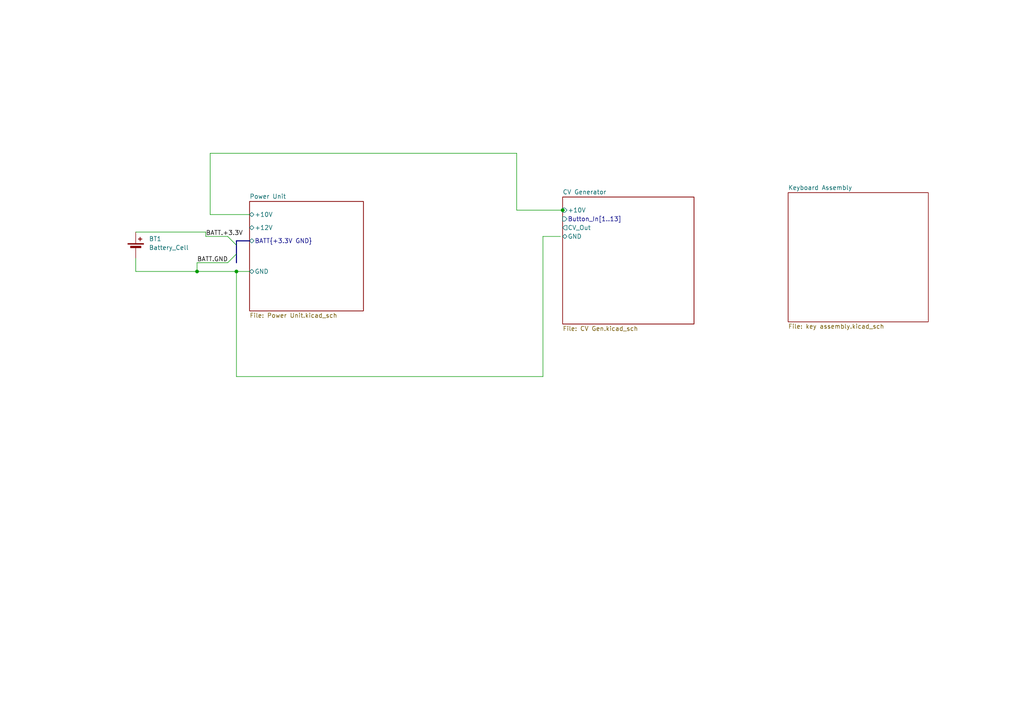
<source format=kicad_sch>
(kicad_sch (version 20250114) (generator "eeschema") (generator_version "9.0")
  (paper "A4")
  (lib_symbols
    (symbol "Device:Battery_Cell" (pin_numbers (hide yes)) (pin_names (offset 0) (hide yes))
      (property "Reference" "BT" (at 2.54 2.54 0))
      (property "Value" "Battery_Cell" (at 2.54 0 0))
      (symbol "Battery_Cell_0_1"
        (rectangle (start -2.286 1.778) (end 2.286 1.524) (fill (type outline)))
        (rectangle (start -1.524 1.016) (end 1.524 0.508) (fill (type outline)))
        (polyline (pts (xy 0 1.778) (xy 0 2.54)))
        (polyline (pts (xy 0 0.762) (xy 0 0)))
        (polyline (pts (xy 0.762 3.048) (xy 1.778 3.048)) (stroke (width 0.254)))
        (polyline (pts (xy 1.27 3.556) (xy 1.27 2.54)) (stroke (width 0.254)))
      )
      (symbol "Battery_Cell_1_1"
        (pin passive line (at 0 5.08 270) (length 2.54) (name "+") (number "1"))
        (pin passive line (at 0 -2.54 90) (length 2.54) (name "-") (number "2"))
      )
    )
  )
  (junction (at 68.58 78.74))
  (junction (at 57.15 78.74))
  (junction (at 163.195 60.96))
  (bus_entry (at 68.58 71.12) (size -2.54 -2.54))
  (bus_entry (at 68.58 73.66) (size -2.54 2.54))
  (wire (pts (xy 57.15 78.74) (xy 68.58 78.74)))
  (wire (pts (xy 162.56 68.58) (xy 157.48 68.58)))
  (bus (pts (xy 72.39 69.85) (xy 68.58 69.85)))
  (wire (pts (xy 157.48 68.58) (xy 157.48 109.22)))
  (bus (pts (xy 68.58 69.85) (xy 68.58 71.12)))
  (wire (pts (xy 163.195 60.96) (xy 149.86 60.96)))
  (wire (pts (xy 68.58 109.22) (xy 68.58 78.74)))
  (wire (pts (xy 149.86 60.96) (xy 149.86 44.45)))
  (wire (pts (xy 60.96 44.45) (xy 60.96 62.23)))
  (bus (pts (xy 68.58 71.12) (xy 68.58 73.66)))
  (wire (pts (xy 60.96 62.23) (xy 72.39 62.23)))
  (wire (pts (xy 39.37 74.93) (xy 39.37 78.74)))
  (wire (pts (xy 57.15 76.2) (xy 57.15 78.74)))
  (wire (pts (xy 68.58 78.74) (xy 72.39 78.74)))
  (wire (pts (xy 163.83 60.96) (xy 163.195 60.96)))
  (wire (pts (xy 59.69 67.31) (xy 59.69 68.58)))
  (bus (pts (xy 68.58 73.66) (xy 68.58 76.2)))
  (wire (pts (xy 149.86 44.45) (xy 60.96 44.45)))
  (wire (pts (xy 59.69 68.58) (xy 66.04 68.58)))
  (wire (pts (xy 39.37 67.31) (xy 59.69 67.31)))
  (wire (pts (xy 39.37 78.74) (xy 57.15 78.74)))
  (wire (pts (xy 57.15 76.2) (xy 66.04 76.2)))
  (wire (pts (xy 157.48 109.22) (xy 68.58 109.22)))
  (label "BATT.+3.3V" (at 59.69 68.58 0))
  (label "BATT.GND" (at 57.15 76.2 0))
  (symbol (lib_id "Device:Battery_Cell") (at 39.37 72.39 0) (unit 1)
    (property "Reference" "BT1" (at 43.18 69.2784 0) (effects (justify left)))
    (property "Value" "Battery_Cell" (at 43.18 71.8184 0) (effects (justify left)))
    (property "Footprint" "Battery:Battery_Panasonic_CR2477-VCN_Vertical_CircularHoles" (effects (hide yes)))
    (property "Description" "Single-cell battery" (effects (hide yes)))
  )
  (sheet (at 228.6 55.88) (size 40.64 37.465) (stroke (width 0.1524))
    (property "Sheetname" "Keyboard Assembly" (at 228.6 55.1684 0) (effects (justify left bottom)))
    (property "Sheetfile" "key assembly.kicad_sch" (at 228.6 93.9296 0) (effects (justify left top)))
  )
  (sheet (at 163.195 57.15) (size 38.1 36.83) (stroke (width 0.1524))
    (property "Sheetname" "CV Generator" (at 163.195 56.4384 0) (effects (justify left bottom)))
    (property "Sheetfile" "CV Gen.kicad_sch" (at 163.195 94.5646 0) (effects (justify left top)))
    (pin "+10V" input (at 163.195 60.96 180))
    (pin "Button_In[1..13]" input (at 163.195 63.5 180))
    (pin "CV_Out" output (at 163.195 66.04 180))
    (pin "GND" bidirectional (at 163.195 68.58 180))
  )
  (sheet (at 72.39 58.42) (size 33.02 31.75) (stroke (width 0.1524))
    (property "Sheetname" "Power Unit" (at 72.39 57.7084 0) (effects (justify left bottom)))
    (property "Sheetfile" "Power Unit.kicad_sch" (at 72.39 90.7546 0) (effects (justify left top)))
    (pin "+10V" bidirectional (at 72.39 62.23 180))
    (pin "+12V" bidirectional (at 72.39 66.04 180))
    (pin "BATT{+3.3V GND}" bidirectional (at 72.39 69.85 180))
    (pin "GND" bidirectional (at 72.39 78.74 180))
  )
)
</source>
